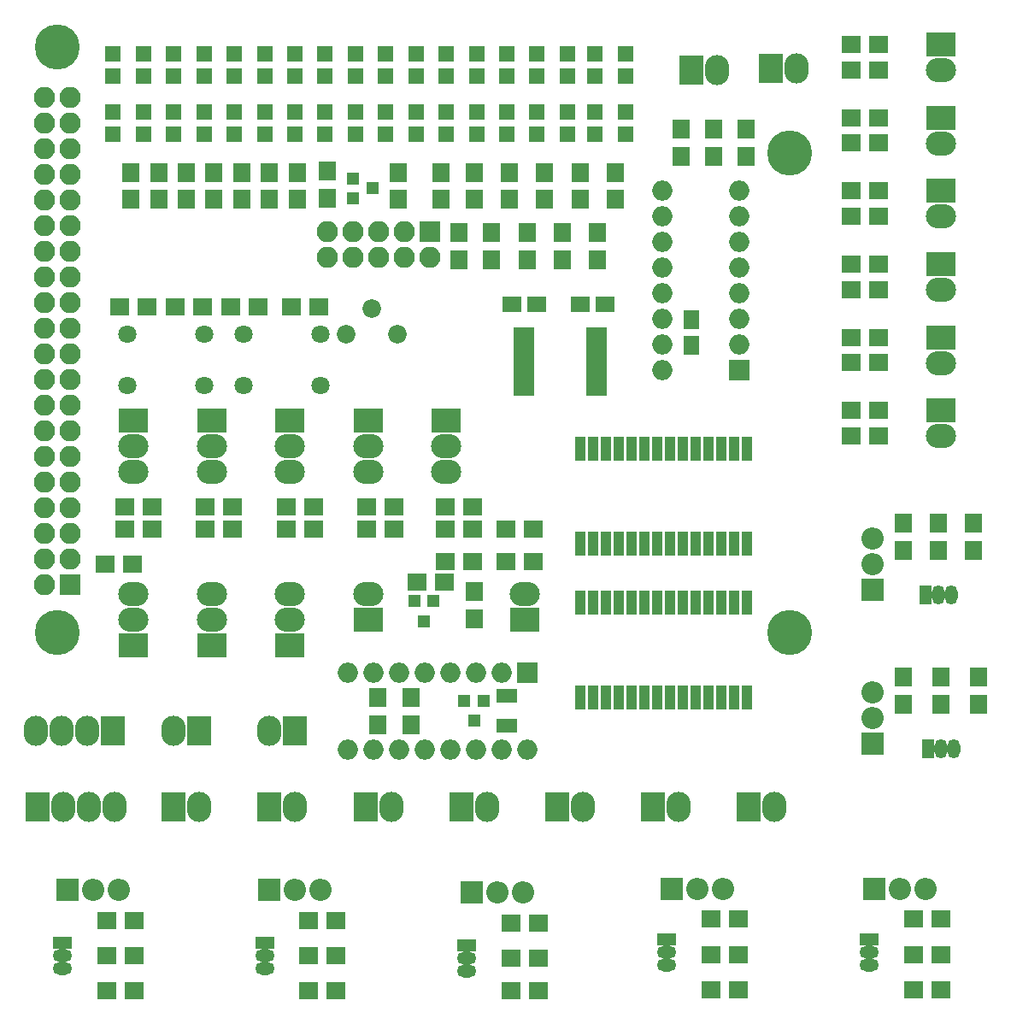
<source format=gbr>
G04 #@! TF.FileFunction,Soldermask,Top*
%FSLAX46Y46*%
G04 Gerber Fmt 4.6, Leading zero omitted, Abs format (unit mm)*
G04 Created by KiCad (PCBNEW 4.0.7) date 02/18/18 01:44:55*
%MOMM*%
%LPD*%
G01*
G04 APERTURE LIST*
%ADD10C,0.100000*%
%ADD11R,3.000000X2.400000*%
%ADD12O,3.000000X2.400000*%
%ADD13R,2.200000X2.200000*%
%ADD14O,2.200000X2.200000*%
%ADD15C,4.464000*%
%ADD16R,1.700000X1.900000*%
%ADD17R,1.600000X1.600000*%
%ADD18R,2.000000X1.400000*%
%ADD19R,2.000000X2.000000*%
%ADD20O,2.000000X2.000000*%
%ADD21C,1.797000*%
%ADD22R,1.900000X1.700000*%
%ADD23R,2.400000X3.000000*%
%ADD24O,2.400000X3.000000*%
%ADD25R,2.100000X2.100000*%
%ADD26O,2.100000X2.100000*%
%ADD27R,2.150000X0.850000*%
%ADD28R,1.000000X2.400000*%
%ADD29C,1.840000*%
%ADD30O,1.900000X1.300000*%
%ADD31R,1.900000X1.300000*%
%ADD32O,1.300000X1.900000*%
%ADD33R,1.300000X1.900000*%
%ADD34R,1.900000X1.650000*%
%ADD35R,1.650000X1.900000*%
%ADD36R,1.300000X1.200000*%
%ADD37R,1.200000X1.300000*%
G04 APERTURE END LIST*
D10*
D11*
X67700000Y-90530000D03*
D12*
X67700000Y-87990000D03*
D11*
X59950000Y-70780000D03*
D12*
X59950000Y-73320000D03*
X59950000Y-75860000D03*
D13*
X102325000Y-117155000D03*
D14*
X104865000Y-117155000D03*
X107405000Y-117155000D03*
D13*
X82325000Y-117155000D03*
D14*
X84865000Y-117155000D03*
X87405000Y-117155000D03*
D13*
X102200000Y-102780000D03*
D14*
X102200000Y-100240000D03*
X102200000Y-97700000D03*
D13*
X62450000Y-117530000D03*
D14*
X64990000Y-117530000D03*
X67530000Y-117530000D03*
D13*
X42450000Y-117280000D03*
D14*
X44990000Y-117280000D03*
X47530000Y-117280000D03*
D13*
X22450000Y-117280000D03*
D14*
X24990000Y-117280000D03*
X27530000Y-117280000D03*
D13*
X102200000Y-87530000D03*
D14*
X102200000Y-84990000D03*
X102200000Y-82450000D03*
D15*
X93950000Y-44280000D03*
D16*
X69700000Y-46180000D03*
X69700000Y-48880000D03*
X67950000Y-52180000D03*
X67950000Y-54880000D03*
X66200000Y-46180000D03*
X66200000Y-48880000D03*
D17*
X65950000Y-42380000D03*
X65950000Y-40180000D03*
X59950000Y-42380000D03*
X59950000Y-40180000D03*
X62950000Y-42380000D03*
X62950000Y-40180000D03*
X65950000Y-34430000D03*
X65950000Y-36630000D03*
X62950000Y-34430000D03*
X62950000Y-36630000D03*
X59950000Y-34430000D03*
X59950000Y-36630000D03*
D15*
X93950000Y-91780000D03*
D16*
X61200000Y-52180000D03*
X61200000Y-54880000D03*
X59450000Y-46180000D03*
X59450000Y-48880000D03*
X64450000Y-52180000D03*
X64450000Y-54880000D03*
X62700000Y-46180000D03*
X62700000Y-48880000D03*
X71450000Y-52180000D03*
X71450000Y-54880000D03*
X74950000Y-52180000D03*
X74950000Y-54880000D03*
X73200000Y-46180000D03*
X73200000Y-48880000D03*
X76700000Y-46180000D03*
X76700000Y-48880000D03*
X39700000Y-46180000D03*
X39700000Y-48880000D03*
X42450000Y-46180000D03*
X42450000Y-48880000D03*
D17*
X47950000Y-42380000D03*
X47950000Y-40180000D03*
X50950000Y-42380000D03*
X50950000Y-40180000D03*
X53950000Y-42380000D03*
X53950000Y-40180000D03*
X56950000Y-42380000D03*
X56950000Y-40180000D03*
X47950000Y-34430000D03*
X47950000Y-36630000D03*
X50950000Y-34430000D03*
X50950000Y-36630000D03*
X53950000Y-34430000D03*
X53950000Y-36630000D03*
X56950000Y-34430000D03*
X56950000Y-36630000D03*
X68950000Y-42380000D03*
X68950000Y-40180000D03*
X77700000Y-42380000D03*
X77700000Y-40180000D03*
X71950000Y-42380000D03*
X71950000Y-40180000D03*
X74700000Y-42380000D03*
X74700000Y-40180000D03*
X68950000Y-34430000D03*
X68950000Y-36630000D03*
X71950000Y-34430000D03*
X71950000Y-36630000D03*
X77700000Y-34430000D03*
X77700000Y-36630000D03*
X74700000Y-34430000D03*
X74700000Y-36630000D03*
X38950000Y-42380000D03*
X38950000Y-40180000D03*
X41950000Y-42380000D03*
X41950000Y-40180000D03*
D18*
X65950000Y-101030000D03*
X65950000Y-98030000D03*
D15*
X21450000Y-33780000D03*
D19*
X88950000Y-65780000D03*
D20*
X81330000Y-48000000D03*
X88950000Y-63240000D03*
X81330000Y-50540000D03*
X88950000Y-60700000D03*
X81330000Y-53080000D03*
X88950000Y-58160000D03*
X81330000Y-55620000D03*
X88950000Y-55620000D03*
X81330000Y-58160000D03*
X88950000Y-53080000D03*
X81330000Y-60700000D03*
X88950000Y-50540000D03*
X81330000Y-63240000D03*
X88950000Y-48000000D03*
X81330000Y-65780000D03*
D21*
X39890000Y-67320000D03*
X39890000Y-62240000D03*
X47510000Y-67320000D03*
X47510000Y-62240000D03*
X28390000Y-67320000D03*
X28390000Y-62240000D03*
X36010000Y-67320000D03*
X36010000Y-62240000D03*
D22*
X41300000Y-59530000D03*
X38600000Y-59530000D03*
X44600000Y-59530000D03*
X47300000Y-59530000D03*
X33100000Y-59530000D03*
X35800000Y-59530000D03*
X30300000Y-59530000D03*
X27600000Y-59530000D03*
D16*
X28700000Y-46180000D03*
X28700000Y-48880000D03*
X31450000Y-46180000D03*
X31450000Y-48880000D03*
X34200000Y-46180000D03*
X34200000Y-48880000D03*
X36950000Y-46180000D03*
X36950000Y-48880000D03*
X45200000Y-46180000D03*
X45200000Y-48880000D03*
D17*
X26950000Y-42380000D03*
X26950000Y-40180000D03*
X29950000Y-42380000D03*
X29950000Y-40180000D03*
X32950000Y-42380000D03*
X32950000Y-40180000D03*
X35950000Y-42380000D03*
X35950000Y-40180000D03*
X26950000Y-34430000D03*
X26950000Y-36630000D03*
X29950000Y-34430000D03*
X29950000Y-36630000D03*
X32950000Y-34430000D03*
X32950000Y-36630000D03*
X35950000Y-34430000D03*
X35950000Y-36630000D03*
X38950000Y-34430000D03*
X38950000Y-36630000D03*
X41950000Y-34430000D03*
X41950000Y-36630000D03*
X44950000Y-34430000D03*
X44950000Y-36630000D03*
X44950000Y-42380000D03*
X44950000Y-40180000D03*
D11*
X52200000Y-90530000D03*
D12*
X52200000Y-87990000D03*
D23*
X70950000Y-109030000D03*
D24*
X73490000Y-109030000D03*
D23*
X61450000Y-109030000D03*
D24*
X63990000Y-109030000D03*
D23*
X51950000Y-109030000D03*
D24*
X54490000Y-109030000D03*
D23*
X42450000Y-109030000D03*
D24*
X44990000Y-109030000D03*
D23*
X32950000Y-109030000D03*
D24*
X35490000Y-109030000D03*
D11*
X28950000Y-93030000D03*
D12*
X28950000Y-90490000D03*
X28950000Y-87950000D03*
D11*
X36700000Y-93030000D03*
D12*
X36700000Y-90490000D03*
X36700000Y-87950000D03*
D11*
X44450000Y-93030000D03*
D12*
X44450000Y-90490000D03*
X44450000Y-87950000D03*
D23*
X92075000Y-35905000D03*
D24*
X94615000Y-35905000D03*
D11*
X108950000Y-33530000D03*
D12*
X108950000Y-36070000D03*
D11*
X108950000Y-40780000D03*
D12*
X108950000Y-43320000D03*
D11*
X108950000Y-48030000D03*
D12*
X108950000Y-50570000D03*
D11*
X108950000Y-55280000D03*
D12*
X108950000Y-57820000D03*
D11*
X108950000Y-62530000D03*
D12*
X108950000Y-65070000D03*
D11*
X108950000Y-69780000D03*
D12*
X108950000Y-72320000D03*
D23*
X44950000Y-101530000D03*
D24*
X42410000Y-101530000D03*
D23*
X84200000Y-36030000D03*
D24*
X86740000Y-36030000D03*
D25*
X58350000Y-52030000D03*
D26*
X58350000Y-54570000D03*
X55810000Y-52030000D03*
X55810000Y-54570000D03*
X53270000Y-52030000D03*
X53270000Y-54570000D03*
X50730000Y-52030000D03*
X50730000Y-54570000D03*
X48190000Y-52030000D03*
X48190000Y-54570000D03*
D23*
X89950000Y-109030000D03*
D24*
X92490000Y-109030000D03*
D23*
X80450000Y-109030000D03*
D24*
X82990000Y-109030000D03*
D23*
X19450000Y-109030000D03*
D24*
X21990000Y-109030000D03*
X24530000Y-109030000D03*
X27070000Y-109030000D03*
D23*
X26950000Y-101530000D03*
D24*
X24410000Y-101530000D03*
X21870000Y-101530000D03*
X19330000Y-101530000D03*
D27*
X67650000Y-62005000D03*
X67650000Y-62655000D03*
X67650000Y-63305000D03*
X67650000Y-63955000D03*
X67650000Y-64605000D03*
X67650000Y-65255000D03*
X67650000Y-65905000D03*
X67650000Y-66555000D03*
X67650000Y-67205000D03*
X67650000Y-67855000D03*
X74850000Y-67855000D03*
X74850000Y-67205000D03*
X74850000Y-66555000D03*
X74850000Y-65905000D03*
X74850000Y-65255000D03*
X74850000Y-64605000D03*
X74850000Y-63955000D03*
X74850000Y-63305000D03*
X74850000Y-62655000D03*
X74850000Y-62005000D03*
D28*
X89705000Y-73580000D03*
X88435000Y-73580000D03*
X87165000Y-73580000D03*
X85895000Y-73580000D03*
X84625000Y-73580000D03*
X83355000Y-73580000D03*
X82085000Y-73580000D03*
X80815000Y-73580000D03*
X79545000Y-73580000D03*
X78275000Y-73580000D03*
X77005000Y-73580000D03*
X75735000Y-73580000D03*
X74465000Y-73580000D03*
X73195000Y-73580000D03*
X73195000Y-82980000D03*
X74465000Y-82980000D03*
X75735000Y-82980000D03*
X77005000Y-82980000D03*
X78275000Y-82980000D03*
X79545000Y-82980000D03*
X80815000Y-82980000D03*
X82085000Y-82980000D03*
X83355000Y-82980000D03*
X84625000Y-82980000D03*
X85895000Y-82980000D03*
X87165000Y-82980000D03*
X88435000Y-82980000D03*
X89705000Y-82980000D03*
D29*
X50070000Y-62230000D03*
X52610000Y-59690000D03*
X55150000Y-62230000D03*
D22*
X108925000Y-127155000D03*
X106225000Y-127155000D03*
X88925000Y-127155000D03*
X86225000Y-127155000D03*
X69050000Y-127280000D03*
X66350000Y-127280000D03*
X49050000Y-127280000D03*
X46350000Y-127280000D03*
X29050000Y-127280000D03*
X26350000Y-127280000D03*
X108925000Y-123655000D03*
X106225000Y-123655000D03*
X88925000Y-123655000D03*
X86225000Y-123655000D03*
X69050000Y-124030000D03*
X66350000Y-124030000D03*
X49050000Y-123780000D03*
X46350000Y-123780000D03*
X29050000Y-123780000D03*
X26350000Y-123780000D03*
X106225000Y-120155000D03*
X108925000Y-120155000D03*
X86225000Y-120155000D03*
X88925000Y-120155000D03*
X66350000Y-120530000D03*
X69050000Y-120530000D03*
X46350000Y-120280000D03*
X49050000Y-120280000D03*
X26350000Y-120280000D03*
X29050000Y-120280000D03*
X59800000Y-86780000D03*
X57100000Y-86780000D03*
X62550000Y-84780000D03*
X59850000Y-84780000D03*
D16*
X112200000Y-80930000D03*
X112200000Y-83630000D03*
X112700000Y-96180000D03*
X112700000Y-98880000D03*
X108700000Y-80930000D03*
X108700000Y-83630000D03*
X108950000Y-96180000D03*
X108950000Y-98880000D03*
X62700000Y-90380000D03*
X62700000Y-87680000D03*
X105200000Y-83630000D03*
X105200000Y-80930000D03*
X105200000Y-98880000D03*
X105200000Y-96180000D03*
D22*
X28100000Y-79280000D03*
X30800000Y-79280000D03*
D16*
X83200000Y-44630000D03*
X83200000Y-41930000D03*
D22*
X28100000Y-81530000D03*
X30800000Y-81530000D03*
X102800000Y-57780000D03*
X100100000Y-57780000D03*
X102800000Y-55280000D03*
X100100000Y-55280000D03*
X68550000Y-84780000D03*
X65850000Y-84780000D03*
X68550000Y-81530000D03*
X65850000Y-81530000D03*
D16*
X89700000Y-41930000D03*
X89700000Y-44630000D03*
X86450000Y-41930000D03*
X86450000Y-44630000D03*
D22*
X102800000Y-43280000D03*
X100100000Y-43280000D03*
X102800000Y-65030000D03*
X100100000Y-65030000D03*
X102800000Y-40780000D03*
X100100000Y-40780000D03*
X102800000Y-62530000D03*
X100100000Y-62530000D03*
D16*
X53200000Y-98180000D03*
X53200000Y-100880000D03*
X56450000Y-98180000D03*
X56450000Y-100880000D03*
X55200000Y-48880000D03*
X55200000Y-46180000D03*
X48150000Y-46080000D03*
X48150000Y-48780000D03*
D22*
X26200000Y-85030000D03*
X28900000Y-85030000D03*
X102800000Y-36030000D03*
X100100000Y-36030000D03*
X102800000Y-50530000D03*
X100100000Y-50530000D03*
X102800000Y-72280000D03*
X100100000Y-72280000D03*
X102800000Y-33530000D03*
X100100000Y-33530000D03*
X102800000Y-48030000D03*
X100100000Y-48030000D03*
X102800000Y-69780000D03*
X100100000Y-69780000D03*
D30*
X101825000Y-123425000D03*
X101825000Y-124695000D03*
D31*
X101825000Y-122155000D03*
D30*
X81825000Y-123425000D03*
X81825000Y-124695000D03*
D31*
X81825000Y-122155000D03*
D30*
X61950000Y-124050000D03*
X61950000Y-125320000D03*
D31*
X61950000Y-122780000D03*
D30*
X41950000Y-123800000D03*
X41950000Y-125070000D03*
D31*
X41950000Y-122530000D03*
D30*
X21950000Y-123800000D03*
X21950000Y-125070000D03*
D31*
X21950000Y-122530000D03*
D32*
X108720000Y-88030000D03*
X109990000Y-88030000D03*
D33*
X107450000Y-88030000D03*
D32*
X108970000Y-103280000D03*
X110240000Y-103280000D03*
D33*
X107700000Y-103280000D03*
D25*
X22700000Y-87030000D03*
D26*
X20160000Y-87030000D03*
X22700000Y-84490000D03*
X20160000Y-84490000D03*
X22700000Y-81950000D03*
X20160000Y-81950000D03*
X22700000Y-79410000D03*
X20160000Y-79410000D03*
X22700000Y-76870000D03*
X20160000Y-76870000D03*
X22700000Y-74330000D03*
X20160000Y-74330000D03*
X22700000Y-71790000D03*
X20160000Y-71790000D03*
X22700000Y-69250000D03*
X20160000Y-69250000D03*
X22700000Y-66710000D03*
X20160000Y-66710000D03*
X22700000Y-64170000D03*
X20160000Y-64170000D03*
X22700000Y-61630000D03*
X20160000Y-61630000D03*
X22700000Y-59090000D03*
X20160000Y-59090000D03*
X22700000Y-56550000D03*
X20160000Y-56550000D03*
X22700000Y-54010000D03*
X20160000Y-54010000D03*
X22700000Y-51470000D03*
X20160000Y-51470000D03*
X22700000Y-48930000D03*
X20160000Y-48930000D03*
X22700000Y-46390000D03*
X20160000Y-46390000D03*
X22700000Y-43850000D03*
X20160000Y-43850000D03*
X22700000Y-41310000D03*
X20160000Y-41310000D03*
X22700000Y-38770000D03*
X20160000Y-38770000D03*
D34*
X75700000Y-59280000D03*
X73200000Y-59280000D03*
X68950000Y-59280000D03*
X66450000Y-59280000D03*
D35*
X84200000Y-63280000D03*
X84200000Y-60780000D03*
D19*
X67950000Y-95780000D03*
D20*
X50170000Y-103400000D03*
X65410000Y-95780000D03*
X52710000Y-103400000D03*
X62870000Y-95780000D03*
X55250000Y-103400000D03*
X60330000Y-95780000D03*
X57790000Y-103400000D03*
X57790000Y-95780000D03*
X60330000Y-103400000D03*
X55250000Y-95780000D03*
X62870000Y-103400000D03*
X52710000Y-95780000D03*
X65410000Y-103400000D03*
X50170000Y-95780000D03*
X67950000Y-103400000D03*
D28*
X89705000Y-88830000D03*
X88435000Y-88830000D03*
X87165000Y-88830000D03*
X85895000Y-88830000D03*
X84625000Y-88830000D03*
X83355000Y-88830000D03*
X82085000Y-88830000D03*
X80815000Y-88830000D03*
X79545000Y-88830000D03*
X78275000Y-88830000D03*
X77005000Y-88830000D03*
X75735000Y-88830000D03*
X74465000Y-88830000D03*
X73195000Y-88830000D03*
X73195000Y-98230000D03*
X74465000Y-98230000D03*
X75735000Y-98230000D03*
X77005000Y-98230000D03*
X78275000Y-98230000D03*
X79545000Y-98230000D03*
X80815000Y-98230000D03*
X82085000Y-98230000D03*
X83355000Y-98230000D03*
X84625000Y-98230000D03*
X85895000Y-98230000D03*
X87165000Y-98230000D03*
X88435000Y-98230000D03*
X89705000Y-98230000D03*
D15*
X21450000Y-91780000D03*
D36*
X50700000Y-46830000D03*
X50700000Y-48730000D03*
X52700000Y-47780000D03*
D37*
X63650000Y-98530000D03*
X61750000Y-98530000D03*
X62700000Y-100530000D03*
X58700000Y-88630000D03*
X56800000Y-88630000D03*
X57750000Y-90630000D03*
D22*
X36100000Y-81530000D03*
X38800000Y-81530000D03*
X36100000Y-79280000D03*
X38800000Y-79280000D03*
X44100000Y-81530000D03*
X46800000Y-81530000D03*
X44100000Y-79280000D03*
X46800000Y-79280000D03*
X52100000Y-81530000D03*
X54800000Y-81530000D03*
X52100000Y-79280000D03*
X54800000Y-79280000D03*
X59850000Y-81530000D03*
X62550000Y-81530000D03*
X59850000Y-79280000D03*
X62550000Y-79280000D03*
D23*
X35450000Y-101530000D03*
D24*
X32910000Y-101530000D03*
D11*
X28950000Y-70780000D03*
D12*
X28950000Y-73320000D03*
X28950000Y-75860000D03*
D11*
X36700000Y-70780000D03*
D12*
X36700000Y-73320000D03*
X36700000Y-75860000D03*
D11*
X44450000Y-70780000D03*
D12*
X44450000Y-73320000D03*
X44450000Y-75860000D03*
D11*
X52200000Y-70780000D03*
D12*
X52200000Y-73320000D03*
X52200000Y-75860000D03*
M02*

</source>
